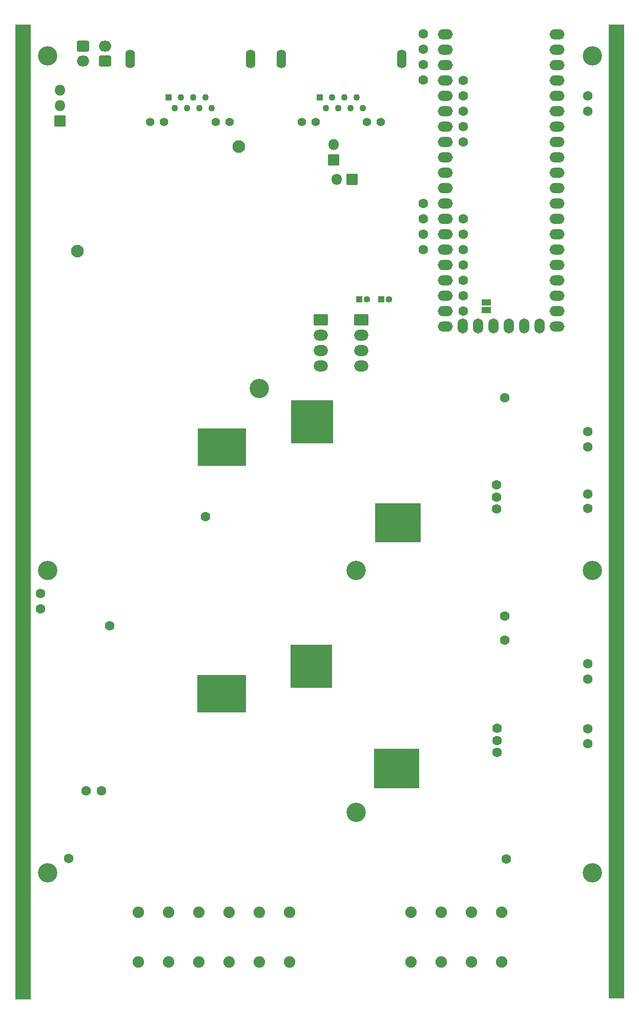
<source format=gbs>
G04 #@! TF.GenerationSoftware,KiCad,Pcbnew,6.0.1-79c1e3a40b~116~ubuntu20.04.1*
G04 #@! TF.CreationDate,2022-07-13T18:57:56+02:00*
G04 #@! TF.ProjectId,Power,506f7765-722e-46b6-9963-61645f706362,rev?*
G04 #@! TF.SameCoordinates,Original*
G04 #@! TF.FileFunction,Soldermask,Bot*
G04 #@! TF.FilePolarity,Negative*
%FSLAX46Y46*%
G04 Gerber Fmt 4.6, Leading zero omitted, Abs format (unit mm)*
G04 Created by KiCad (PCBNEW 6.0.1-79c1e3a40b~116~ubuntu20.04.1) date 2022-07-13 18:57:56*
%MOMM*%
%LPD*%
G01*
G04 APERTURE LIST*
G04 Aperture macros list*
%AMRoundRect*
0 Rectangle with rounded corners*
0 $1 Rounding radius*
0 $2 $3 $4 $5 $6 $7 $8 $9 X,Y pos of 4 corners*
0 Add a 4 corners polygon primitive as box body*
4,1,4,$2,$3,$4,$5,$6,$7,$8,$9,$2,$3,0*
0 Add four circle primitives for the rounded corners*
1,1,$1+$1,$2,$3*
1,1,$1+$1,$4,$5*
1,1,$1+$1,$6,$7*
1,1,$1+$1,$8,$9*
0 Add four rect primitives between the rounded corners*
20,1,$1+$1,$2,$3,$4,$5,0*
20,1,$1+$1,$4,$5,$6,$7,0*
20,1,$1+$1,$6,$7,$8,$9,0*
20,1,$1+$1,$8,$9,$2,$3,0*%
G04 Aperture macros list end*
%ADD10C,0.100000*%
%ADD11C,1.903400*%
%ADD12C,1.600000*%
%ADD13C,2.100000*%
%ADD14RoundRect,0.050000X-1.125000X0.875000X-1.125000X-0.875000X1.125000X-0.875000X1.125000X0.875000X0*%
%ADD15O,2.350000X1.850000*%
%ADD16C,3.200000*%
%ADD17RoundRect,0.050000X-0.500000X-0.500000X0.500000X-0.500000X0.500000X0.500000X-0.500000X0.500000X0*%
%ADD18C,1.100000*%
%ADD19C,1.400000*%
%ADD20O,1.600000X3.100000*%
%ADD21O,2.500000X1.700000*%
%ADD22O,1.700000X2.500000*%
%ADD23RoundRect,0.050000X-0.850000X0.850000X-0.850000X-0.850000X0.850000X-0.850000X0.850000X0.850000X0*%
%ADD24O,1.800000X1.800000*%
%ADD25RoundRect,0.300000X-0.750000X0.600000X-0.750000X-0.600000X0.750000X-0.600000X0.750000X0.600000X0*%
%ADD26O,2.100000X1.800000*%
%ADD27C,0.900000*%
%ADD28RoundRect,0.050000X-1.250000X-80.375000X1.250000X-80.375000X1.250000X80.375000X-1.250000X80.375000X0*%
%ADD29RoundRect,0.050000X-1.250000X-80.500000X1.250000X-80.500000X1.250000X80.500000X-1.250000X80.500000X0*%
%ADD30RoundRect,0.050000X0.850000X0.850000X-0.850000X0.850000X-0.850000X-0.850000X0.850000X-0.850000X0*%
%ADD31RoundRect,0.300000X0.750000X-0.600000X0.750000X0.600000X-0.750000X0.600000X-0.750000X-0.600000X0*%
%ADD32RoundRect,0.050000X-0.500000X0.500000X-0.500000X-0.500000X0.500000X-0.500000X0.500000X0.500000X0*%
%ADD33O,1.100000X1.100000*%
%ADD34RoundRect,0.050000X0.750000X-0.500000X0.750000X0.500000X-0.750000X0.500000X-0.750000X-0.500000X0*%
G04 APERTURE END LIST*
D10*
X94000000Y-89900000D02*
X87200000Y-89900000D01*
X87200000Y-89900000D02*
X87200000Y-82900000D01*
X87200000Y-82900000D02*
X94000000Y-82900000D01*
X94000000Y-82900000D02*
X94000000Y-89900000D01*
G36*
X94000000Y-89900000D02*
G01*
X87200000Y-89900000D01*
X87200000Y-82900000D01*
X94000000Y-82900000D01*
X94000000Y-89900000D01*
G37*
X94000000Y-89900000D02*
X87200000Y-89900000D01*
X87200000Y-82900000D01*
X94000000Y-82900000D01*
X94000000Y-89900000D01*
X79600000Y-93700000D02*
X71800000Y-93700000D01*
X71800000Y-93700000D02*
X71800000Y-87600000D01*
X71800000Y-87600000D02*
X79600000Y-87600000D01*
X79600000Y-87600000D02*
X79600000Y-93700000D01*
G36*
X79600000Y-93700000D02*
G01*
X71800000Y-93700000D01*
X71800000Y-87600000D01*
X79600000Y-87600000D01*
X79600000Y-93700000D01*
G37*
X79600000Y-93700000D02*
X71800000Y-93700000D01*
X71800000Y-87600000D01*
X79600000Y-87600000D01*
X79600000Y-93700000D01*
X101100000Y-106300000D02*
X101100000Y-99900000D01*
X101100000Y-99900000D02*
X108500000Y-99900000D01*
X108500000Y-99900000D02*
X108500000Y-106300000D01*
X108500000Y-106300000D02*
X101100000Y-106300000D01*
G36*
X108500000Y-106300000D02*
G01*
X101100000Y-106300000D01*
X101100000Y-99900000D01*
X108500000Y-99900000D01*
X108500000Y-106300000D01*
G37*
X108500000Y-106300000D02*
X101100000Y-106300000D01*
X101100000Y-99900000D01*
X108500000Y-99900000D01*
X108500000Y-106300000D01*
X100890000Y-146900000D02*
X100890000Y-140500000D01*
X100890000Y-140500000D02*
X108290000Y-140500000D01*
X108290000Y-140500000D02*
X108290000Y-146900000D01*
X108290000Y-146900000D02*
X100890000Y-146900000D01*
G36*
X108290000Y-146900000D02*
G01*
X100890000Y-146900000D01*
X100890000Y-140500000D01*
X108290000Y-140500000D01*
X108290000Y-146900000D01*
G37*
X108290000Y-146900000D02*
X100890000Y-146900000D01*
X100890000Y-140500000D01*
X108290000Y-140500000D01*
X108290000Y-146900000D01*
X93890000Y-130300000D02*
X87090000Y-130300000D01*
X87090000Y-130300000D02*
X87090000Y-123300000D01*
X87090000Y-123300000D02*
X93890000Y-123300000D01*
X93890000Y-123300000D02*
X93890000Y-130300000D01*
G36*
X93890000Y-130300000D02*
G01*
X87090000Y-130300000D01*
X87090000Y-123300000D01*
X93890000Y-123300000D01*
X93890000Y-130300000D01*
G37*
X93890000Y-130300000D02*
X87090000Y-130300000D01*
X87090000Y-123300000D01*
X93890000Y-123300000D01*
X93890000Y-130300000D01*
X79600000Y-134400000D02*
X71700000Y-134400000D01*
X71700000Y-134400000D02*
X71700000Y-128300000D01*
X71700000Y-128300000D02*
X79600000Y-128300000D01*
X79600000Y-128300000D02*
X79600000Y-134400000D01*
G36*
X79600000Y-134400000D02*
G01*
X71700000Y-134400000D01*
X71700000Y-128300000D01*
X79600000Y-128300000D01*
X79600000Y-134400000D01*
G37*
X79600000Y-134400000D02*
X71700000Y-134400000D01*
X71700000Y-128300000D01*
X79600000Y-128300000D01*
X79600000Y-134400000D01*
D11*
G04 #@! TO.C,J103*
X81950000Y-167500000D03*
X81950000Y-175699999D03*
X86950000Y-167500000D03*
X86950000Y-175699999D03*
G04 #@! TD*
G04 #@! TO.C,J105*
X61950000Y-167498800D03*
X61950000Y-175698799D03*
X66950000Y-175698799D03*
X66950000Y-167498800D03*
G04 #@! TD*
G04 #@! TO.C,J104*
X71950000Y-167500000D03*
X71950000Y-175699999D03*
X76950000Y-167500000D03*
X76950000Y-175699999D03*
G04 #@! TD*
D12*
G04 #@! TO.C,TP401*
X109000000Y-24920000D03*
G04 #@! TD*
G04 #@! TO.C,TP104*
X53340000Y-147400000D03*
G04 #@! TD*
G04 #@! TO.C,TP408*
X109000000Y-52940000D03*
G04 #@! TD*
D13*
G04 #@! TO.C,VOUT_GND501*
X78500000Y-41000000D03*
G04 #@! TD*
D14*
G04 #@! TO.C,PS402*
X92107500Y-69592500D03*
D15*
X92107500Y-72132500D03*
X92107500Y-74672500D03*
X92107500Y-77212500D03*
G04 #@! TD*
D16*
G04 #@! TO.C,H101*
X136950000Y-161000000D03*
G04 #@! TD*
D12*
G04 #@! TO.C,TP307*
X121200000Y-141100000D03*
G04 #@! TD*
G04 #@! TO.C,TP304*
X136200000Y-126460000D03*
G04 #@! TD*
D16*
G04 #@! TO.C,H107*
X46950000Y-26000000D03*
G04 #@! TD*
D12*
G04 #@! TO.C,TP305*
X121230000Y-137100000D03*
G04 #@! TD*
D16*
G04 #@! TO.C,H104*
X46950000Y-111000000D03*
G04 #@! TD*
D12*
G04 #@! TO.C,TP404*
X109000000Y-50400000D03*
G04 #@! TD*
G04 #@! TO.C,TP202*
X136200000Y-98400000D03*
G04 #@! TD*
G04 #@! TO.C,TP103*
X55880000Y-147400000D03*
G04 #@! TD*
G04 #@! TO.C,TP407*
X109000000Y-58000000D03*
G04 #@! TD*
D17*
G04 #@! TO.C,J404*
X91900000Y-32850000D03*
D18*
X92916000Y-34630000D03*
X93932000Y-32850000D03*
X94948000Y-34630000D03*
X95964000Y-32850000D03*
X96980000Y-34630000D03*
X97996000Y-32850000D03*
X99012000Y-34630000D03*
D19*
X88915500Y-36914000D03*
X91201500Y-36914000D03*
X99710500Y-36914000D03*
X101996500Y-36914000D03*
D20*
X105489000Y-26500000D03*
X85550000Y-26500000D03*
G04 #@! TD*
D12*
G04 #@! TO.C,TP309*
X122700000Y-158700000D03*
G04 #@! TD*
D21*
G04 #@! TO.C,U401*
X112700000Y-22462500D03*
X112700000Y-25002500D03*
X112700000Y-27542500D03*
X112700000Y-30082500D03*
X112700000Y-32622500D03*
X112700000Y-35162500D03*
X112700000Y-37702500D03*
X112700000Y-40242500D03*
X112700000Y-42782500D03*
X112700000Y-45322500D03*
X112700000Y-47862500D03*
X112700000Y-50402500D03*
X112700000Y-52942500D03*
X112700000Y-55482500D03*
X112700000Y-58022500D03*
X112700000Y-60562500D03*
X112700000Y-63102500D03*
X112700000Y-65642500D03*
X112700000Y-68182500D03*
X112700000Y-70722500D03*
D22*
X115550000Y-70662500D03*
X118090000Y-70662500D03*
X120630000Y-70662500D03*
X123170000Y-70662500D03*
X125710000Y-70662500D03*
X128250000Y-70662500D03*
D21*
X131100000Y-70722500D03*
X131100000Y-68182500D03*
X131100000Y-65642500D03*
X131100000Y-63102500D03*
X131100000Y-60562500D03*
X131100000Y-58022500D03*
X131100000Y-55482500D03*
X131100000Y-52942500D03*
X131100000Y-50402500D03*
X131100000Y-47862500D03*
X131100000Y-45322500D03*
X131100000Y-42782500D03*
X131100000Y-40242500D03*
X131100000Y-37702500D03*
X131100000Y-35162500D03*
X131100000Y-32622500D03*
X131100000Y-30082500D03*
X131100000Y-27542500D03*
X131100000Y-25002500D03*
X131100000Y-22462500D03*
D12*
X115640000Y-30082500D03*
X115640000Y-32622500D03*
X115640000Y-35162500D03*
X115640000Y-37702500D03*
X115640000Y-40242500D03*
X115640000Y-52942500D03*
X115640000Y-55482500D03*
X115640000Y-58022500D03*
X115640000Y-60562500D03*
X115640000Y-63102500D03*
X115640000Y-65642500D03*
X115640000Y-68182500D03*
G04 #@! TD*
D23*
G04 #@! TO.C,JP403*
X97275000Y-46400000D03*
D24*
X94735000Y-46400000D03*
G04 #@! TD*
D12*
G04 #@! TO.C,TP205*
X121100000Y-96900000D03*
G04 #@! TD*
D16*
G04 #@! TO.C,H108*
X136950000Y-26000000D03*
G04 #@! TD*
D12*
G04 #@! TO.C,TP208*
X122500000Y-82500000D03*
G04 #@! TD*
D11*
G04 #@! TO.C,J102*
X106950000Y-167498800D03*
X106950000Y-175698799D03*
X111950000Y-167498800D03*
X111950000Y-175698799D03*
G04 #@! TD*
D12*
G04 #@! TO.C,TP301*
X136200000Y-139600000D03*
G04 #@! TD*
G04 #@! TO.C,TP101*
X45800000Y-114860000D03*
G04 #@! TD*
G04 #@! TO.C,TP303*
X136200000Y-129000000D03*
G04 #@! TD*
G04 #@! TO.C,TP201*
X136200000Y-100800000D03*
G04 #@! TD*
G04 #@! TO.C,TP302*
X136200000Y-137160000D03*
G04 #@! TD*
G04 #@! TO.C,TP406*
X109000000Y-22380000D03*
G04 #@! TD*
G04 #@! TO.C,TP306*
X121230000Y-139100000D03*
G04 #@! TD*
G04 #@! TO.C,TP308*
X122500000Y-122500000D03*
G04 #@! TD*
G04 #@! TO.C,TP106*
X50400000Y-158600000D03*
G04 #@! TD*
D14*
G04 #@! TO.C,PS401*
X98807500Y-69592500D03*
D15*
X98807500Y-72132500D03*
X98807500Y-74672500D03*
X98807500Y-77212500D03*
G04 #@! TD*
D12*
G04 #@! TO.C,TP203*
X136200000Y-90600000D03*
G04 #@! TD*
D13*
G04 #@! TO.C,GND501*
X51850000Y-58240000D03*
G04 #@! TD*
D12*
G04 #@! TO.C,TP402*
X109000000Y-30000000D03*
G04 #@! TD*
G04 #@! TO.C,TP105*
X57200000Y-120200000D03*
G04 #@! TD*
D25*
G04 #@! TO.C,J405*
X52800000Y-24400000D03*
D26*
X52800000Y-26900000D03*
G04 #@! TD*
D27*
G04 #@! TO.C,N101*
X43150000Y-83625000D03*
X140650000Y-93375000D03*
X43150000Y-33625000D03*
X140650000Y-123375000D03*
X140650000Y-43375000D03*
X43150000Y-23625000D03*
X43150000Y-43625000D03*
X43150000Y-93625000D03*
X140650000Y-83375000D03*
X43150000Y-103625000D03*
X43150000Y-133625000D03*
D28*
X140900000Y-101250000D03*
D27*
X43150000Y-123625000D03*
X140650000Y-33375000D03*
X140650000Y-73375000D03*
X140650000Y-173375000D03*
X43150000Y-143625000D03*
X140650000Y-23375000D03*
X43150000Y-113625000D03*
X140650000Y-113375000D03*
X43150000Y-53625000D03*
X140650000Y-103375000D03*
X43150000Y-163625000D03*
X43150000Y-73625000D03*
D29*
X42900000Y-101375000D03*
D27*
X140650000Y-63375000D03*
X140650000Y-143375000D03*
X43150000Y-173625000D03*
X43150000Y-63625000D03*
X140650000Y-163375000D03*
X43150000Y-153625000D03*
X140650000Y-133375000D03*
X140650000Y-53375000D03*
X140650000Y-153375000D03*
G04 #@! TD*
D30*
G04 #@! TO.C,JP401*
X94210000Y-43200000D03*
D24*
X94210000Y-40660000D03*
G04 #@! TD*
D16*
G04 #@! TO.C,H106*
X136950000Y-111000000D03*
G04 #@! TD*
G04 #@! TO.C,H103*
X97950000Y-111000000D03*
G04 #@! TD*
D12*
G04 #@! TO.C,TP102*
X45800000Y-117400000D03*
G04 #@! TD*
D31*
G04 #@! TO.C,J406*
X56400000Y-26900000D03*
D26*
X56400000Y-24400000D03*
G04 #@! TD*
D12*
G04 #@! TO.C,TP405*
X109000000Y-27460000D03*
G04 #@! TD*
G04 #@! TO.C,TP209*
X122500000Y-118600000D03*
G04 #@! TD*
G04 #@! TO.C,TP206*
X121100000Y-98900000D03*
G04 #@! TD*
D17*
G04 #@! TO.C,J403*
X66900000Y-32850000D03*
D18*
X67916000Y-34630000D03*
X68932000Y-32850000D03*
X69948000Y-34630000D03*
X70964000Y-32850000D03*
X71980000Y-34630000D03*
X72996000Y-32850000D03*
X74012000Y-34630000D03*
D19*
X63915500Y-36914000D03*
X66201500Y-36914000D03*
X74710500Y-36914000D03*
X76996500Y-36914000D03*
D20*
X80489000Y-26500000D03*
X60550000Y-26500000D03*
G04 #@! TD*
D11*
G04 #@! TO.C,J101*
X116950000Y-175698799D03*
X116950000Y-167498800D03*
X121950000Y-175698799D03*
X121950000Y-167498800D03*
G04 #@! TD*
D12*
G04 #@! TO.C,TP403*
X109000000Y-55460000D03*
G04 #@! TD*
G04 #@! TO.C,TP409*
X136200000Y-35140000D03*
G04 #@! TD*
D16*
G04 #@! TO.C,H105*
X46950000Y-161000000D03*
G04 #@! TD*
D12*
G04 #@! TO.C,TP204*
X136200000Y-88060000D03*
G04 #@! TD*
D16*
G04 #@! TO.C,H109*
X81950000Y-81000000D03*
G04 #@! TD*
D12*
G04 #@! TO.C,TP410*
X136200000Y-32600000D03*
G04 #@! TD*
G04 #@! TO.C,TP207*
X121100000Y-100900000D03*
G04 #@! TD*
D16*
G04 #@! TO.C,H102*
X97950000Y-151000000D03*
G04 #@! TD*
D30*
G04 #@! TO.C,J505*
X49000000Y-36800000D03*
D24*
X49000000Y-34260000D03*
X49000000Y-31720000D03*
G04 #@! TD*
D12*
G04 #@! TO.C,TP107*
X73000000Y-102100000D03*
G04 #@! TD*
D32*
G04 #@! TO.C,TH402*
X102100000Y-66275000D03*
D33*
X103370000Y-66275000D03*
G04 #@! TD*
D34*
G04 #@! TO.C,JP415*
X119400000Y-68050000D03*
X119400000Y-66750000D03*
G04 #@! TD*
D32*
G04 #@! TO.C,TH401*
X98400000Y-66275000D03*
D33*
X99670000Y-66275000D03*
G04 #@! TD*
M02*

</source>
